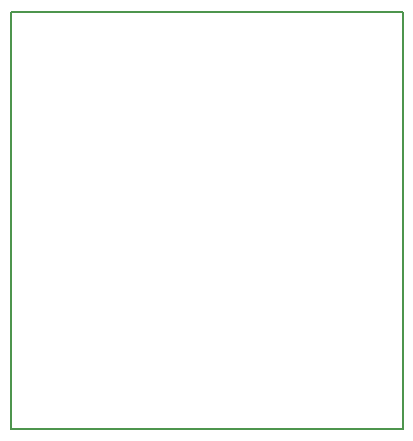
<source format=gbr>
%TF.GenerationSoftware,KiCad,Pcbnew,(6.0.5-0)*%
%TF.CreationDate,2023-04-14T18:12:18+02:00*%
%TF.ProjectId,PixelJuice_TransistorStage,50697865-6c4a-4756-9963-655f5472616e,rev?*%
%TF.SameCoordinates,Original*%
%TF.FileFunction,Profile,NP*%
%FSLAX46Y46*%
G04 Gerber Fmt 4.6, Leading zero omitted, Abs format (unit mm)*
G04 Created by KiCad (PCBNEW (6.0.5-0)) date 2023-04-14 18:12:18*
%MOMM*%
%LPD*%
G01*
G04 APERTURE LIST*
%TA.AperFunction,Profile*%
%ADD10C,0.200000*%
%TD*%
G04 APERTURE END LIST*
D10*
X130650000Y-71450000D02*
X163800000Y-71450000D01*
X163800000Y-71450000D02*
X163800000Y-106800000D01*
X163800000Y-106800000D02*
X130650000Y-106800000D01*
X130650000Y-106800000D02*
X130650000Y-71450000D01*
M02*

</source>
